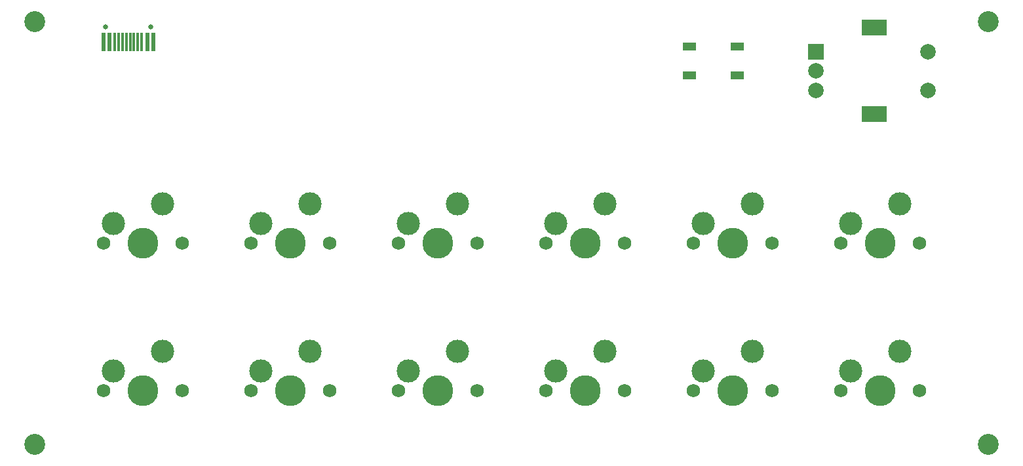
<source format=gbr>
%TF.GenerationSoftware,KiCad,Pcbnew,(5.1.9)-1*%
%TF.CreationDate,2021-03-22T08:17:26-07:00*%
%TF.ProjectId,millipad,6d696c6c-6970-4616-942e-6b696361645f,rev?*%
%TF.SameCoordinates,Original*%
%TF.FileFunction,Soldermask,Top*%
%TF.FilePolarity,Negative*%
%FSLAX46Y46*%
G04 Gerber Fmt 4.6, Leading zero omitted, Abs format (unit mm)*
G04 Created by KiCad (PCBNEW (5.1.9)-1) date 2021-03-22 08:17:26*
%MOMM*%
%LPD*%
G01*
G04 APERTURE LIST*
%ADD10C,2.700000*%
%ADD11R,0.600000X2.450000*%
%ADD12R,0.300000X2.450000*%
%ADD13C,0.650000*%
%ADD14C,2.000000*%
%ADD15R,3.200000X2.000000*%
%ADD16R,2.000000X2.000000*%
%ADD17R,1.800000X1.100000*%
%ADD18C,1.750000*%
%ADD19C,3.000000*%
%ADD20C,3.987800*%
G04 APERTURE END LIST*
D10*
%TO.C,H4*%
X74930000Y-99060000D03*
%TD*%
%TO.C,H3*%
X198120000Y-44450000D03*
%TD*%
%TO.C,H2*%
X74930000Y-44450000D03*
%TD*%
%TO.C,H1*%
X198120000Y-99060000D03*
%TD*%
D11*
%TO.C,USB1*%
X83770000Y-47088750D03*
X90220000Y-47088750D03*
X84545000Y-47088750D03*
X89445000Y-47088750D03*
D12*
X88745000Y-47088750D03*
X85245000Y-47088750D03*
X88245000Y-47088750D03*
X85745000Y-47088750D03*
X87745000Y-47088750D03*
X86245000Y-47088750D03*
X86745000Y-47088750D03*
X87245000Y-47088750D03*
D13*
X84105000Y-45143750D03*
X89885000Y-45143750D03*
%TD*%
D14*
%TO.C,SW2*%
X190356250Y-53300000D03*
X190356250Y-48300000D03*
D15*
X183356250Y-56400000D03*
X183356250Y-45200000D03*
D14*
X175856250Y-53300000D03*
X175856250Y-50800000D03*
D16*
X175856250Y-48300000D03*
%TD*%
D17*
%TO.C,SW1*%
X159460000Y-51380000D03*
X165660000Y-47680000D03*
X159460000Y-47680000D03*
X165660000Y-51380000D03*
%TD*%
D18*
%TO.C,MX12*%
X189230000Y-92075000D03*
X179070000Y-92075000D03*
D19*
X180340000Y-89535000D03*
D20*
X184150000Y-92075000D03*
D19*
X186690000Y-86995000D03*
%TD*%
D18*
%TO.C,MX11*%
X189230000Y-73025000D03*
X179070000Y-73025000D03*
D19*
X180340000Y-70485000D03*
D20*
X184150000Y-73025000D03*
D19*
X186690000Y-67945000D03*
%TD*%
D18*
%TO.C,MX10*%
X170180000Y-92075000D03*
X160020000Y-92075000D03*
D19*
X161290000Y-89535000D03*
D20*
X165100000Y-92075000D03*
D19*
X167640000Y-86995000D03*
%TD*%
D18*
%TO.C,MX9*%
X170180000Y-73025000D03*
X160020000Y-73025000D03*
D19*
X161290000Y-70485000D03*
D20*
X165100000Y-73025000D03*
D19*
X167640000Y-67945000D03*
%TD*%
D18*
%TO.C,MX8*%
X151130000Y-92075000D03*
X140970000Y-92075000D03*
D19*
X142240000Y-89535000D03*
D20*
X146050000Y-92075000D03*
D19*
X148590000Y-86995000D03*
%TD*%
D18*
%TO.C,MX7*%
X151130000Y-73025000D03*
X140970000Y-73025000D03*
D19*
X142240000Y-70485000D03*
D20*
X146050000Y-73025000D03*
D19*
X148590000Y-67945000D03*
%TD*%
D18*
%TO.C,MX6*%
X132080000Y-92075000D03*
X121920000Y-92075000D03*
D19*
X123190000Y-89535000D03*
D20*
X127000000Y-92075000D03*
D19*
X129540000Y-86995000D03*
%TD*%
D18*
%TO.C,MX5*%
X132080000Y-73025000D03*
X121920000Y-73025000D03*
D19*
X123190000Y-70485000D03*
D20*
X127000000Y-73025000D03*
D19*
X129540000Y-67945000D03*
%TD*%
D18*
%TO.C,MX4*%
X113030000Y-92075000D03*
X102870000Y-92075000D03*
D19*
X104140000Y-89535000D03*
D20*
X107950000Y-92075000D03*
D19*
X110490000Y-86995000D03*
%TD*%
D18*
%TO.C,MX3*%
X113030000Y-73025000D03*
X102870000Y-73025000D03*
D19*
X104140000Y-70485000D03*
D20*
X107950000Y-73025000D03*
D19*
X110490000Y-67945000D03*
%TD*%
D18*
%TO.C,MX2*%
X93980000Y-92075000D03*
X83820000Y-92075000D03*
D19*
X85090000Y-89535000D03*
D20*
X88900000Y-92075000D03*
D19*
X91440000Y-86995000D03*
%TD*%
D18*
%TO.C,MX1*%
X93980000Y-73025000D03*
X83820000Y-73025000D03*
D19*
X85090000Y-70485000D03*
D20*
X88900000Y-73025000D03*
D19*
X91440000Y-67945000D03*
%TD*%
M02*

</source>
